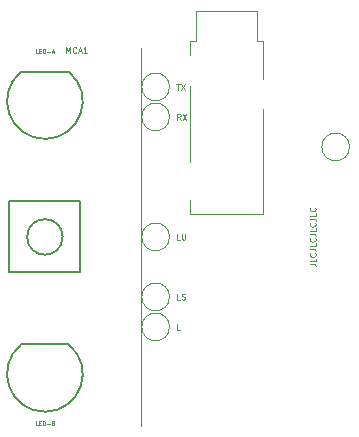
<source format=gbr>
G04 #@! TF.GenerationSoftware,KiCad,Pcbnew,(5.1.5-0-10_14)*
G04 #@! TF.CreationDate,2020-05-13T01:35:36-07:00*
G04 #@! TF.ProjectId,prost-pcb,70726f73-742d-4706-9362-2e6b69636164,0.1.0*
G04 #@! TF.SameCoordinates,Original*
G04 #@! TF.FileFunction,Legend,Top*
G04 #@! TF.FilePolarity,Positive*
%FSLAX46Y46*%
G04 Gerber Fmt 4.6, Leading zero omitted, Abs format (unit mm)*
G04 Created by KiCad (PCBNEW (5.1.5-0-10_14)) date 2020-05-13 01:35:36*
%MOMM*%
%LPD*%
G04 APERTURE LIST*
%ADD10C,0.125000*%
%ADD11C,0.120000*%
%ADD12C,0.087500*%
%ADD13C,0.152400*%
G04 APERTURE END LIST*
D10*
X159426190Y-104309523D02*
X159783333Y-104309523D01*
X159854761Y-104333333D01*
X159902380Y-104380952D01*
X159926190Y-104452380D01*
X159926190Y-104500000D01*
X159926190Y-103833333D02*
X159926190Y-104071428D01*
X159426190Y-104071428D01*
X159878571Y-103380952D02*
X159902380Y-103404761D01*
X159926190Y-103476190D01*
X159926190Y-103523809D01*
X159902380Y-103595238D01*
X159854761Y-103642857D01*
X159807142Y-103666666D01*
X159711904Y-103690476D01*
X159640476Y-103690476D01*
X159545238Y-103666666D01*
X159497619Y-103642857D01*
X159450000Y-103595238D01*
X159426190Y-103523809D01*
X159426190Y-103476190D01*
X159450000Y-103404761D01*
X159473809Y-103380952D01*
X159426190Y-103023809D02*
X159783333Y-103023809D01*
X159854761Y-103047619D01*
X159902380Y-103095238D01*
X159926190Y-103166666D01*
X159926190Y-103214285D01*
X159926190Y-102547619D02*
X159926190Y-102785714D01*
X159426190Y-102785714D01*
X159878571Y-102095238D02*
X159902380Y-102119047D01*
X159926190Y-102190476D01*
X159926190Y-102238095D01*
X159902380Y-102309523D01*
X159854761Y-102357142D01*
X159807142Y-102380952D01*
X159711904Y-102404761D01*
X159640476Y-102404761D01*
X159545238Y-102380952D01*
X159497619Y-102357142D01*
X159450000Y-102309523D01*
X159426190Y-102238095D01*
X159426190Y-102190476D01*
X159450000Y-102119047D01*
X159473809Y-102095238D01*
X159426190Y-101738095D02*
X159783333Y-101738095D01*
X159854761Y-101761904D01*
X159902380Y-101809523D01*
X159926190Y-101880952D01*
X159926190Y-101928571D01*
X159926190Y-101261904D02*
X159926190Y-101500000D01*
X159426190Y-101500000D01*
X159878571Y-100809523D02*
X159902380Y-100833333D01*
X159926190Y-100904761D01*
X159926190Y-100952380D01*
X159902380Y-101023809D01*
X159854761Y-101071428D01*
X159807142Y-101095238D01*
X159711904Y-101119047D01*
X159640476Y-101119047D01*
X159545238Y-101095238D01*
X159497619Y-101071428D01*
X159450000Y-101023809D01*
X159426190Y-100952380D01*
X159426190Y-100904761D01*
X159450000Y-100833333D01*
X159473809Y-100809523D01*
X159426190Y-100452380D02*
X159783333Y-100452380D01*
X159854761Y-100476190D01*
X159902380Y-100523809D01*
X159926190Y-100595238D01*
X159926190Y-100642857D01*
X159926190Y-99976190D02*
X159926190Y-100214285D01*
X159426190Y-100214285D01*
X159878571Y-99523809D02*
X159902380Y-99547619D01*
X159926190Y-99619047D01*
X159926190Y-99666666D01*
X159902380Y-99738095D01*
X159854761Y-99785714D01*
X159807142Y-99809523D01*
X159711904Y-99833333D01*
X159640476Y-99833333D01*
X159545238Y-99809523D01*
X159497619Y-99785714D01*
X159450000Y-99738095D01*
X159426190Y-99666666D01*
X159426190Y-99619047D01*
X159450000Y-99547619D01*
X159473809Y-99523809D01*
D11*
X162791537Y-94380000D02*
G75*
G03X162791537Y-94380000I-1171537J0D01*
G01*
X147551537Y-109620000D02*
G75*
G03X147551537Y-109620000I-1171537J0D01*
G01*
X147551537Y-107080000D02*
G75*
G03X147551537Y-107080000I-1171537J0D01*
G01*
X147551537Y-102000000D02*
G75*
G03X147551537Y-102000000I-1171537J0D01*
G01*
X147551537Y-91840000D02*
G75*
G03X147551537Y-91840000I-1171537J0D01*
G01*
X147551537Y-89300000D02*
G75*
G03X147551537Y-89300000I-1171537J0D01*
G01*
X145100000Y-118000000D02*
X145100000Y-86000000D01*
D12*
X136408333Y-86458333D02*
X136241666Y-86458333D01*
X136241666Y-86108333D01*
X136525000Y-86275000D02*
X136641666Y-86275000D01*
X136691666Y-86458333D02*
X136525000Y-86458333D01*
X136525000Y-86108333D01*
X136691666Y-86108333D01*
X136841666Y-86458333D02*
X136841666Y-86108333D01*
X136925000Y-86108333D01*
X136975000Y-86125000D01*
X137008333Y-86158333D01*
X137025000Y-86191666D01*
X137041666Y-86258333D01*
X137041666Y-86308333D01*
X137025000Y-86375000D01*
X137008333Y-86408333D01*
X136975000Y-86441666D01*
X136925000Y-86458333D01*
X136841666Y-86458333D01*
X137191666Y-86325000D02*
X137458333Y-86325000D01*
X137608333Y-86358333D02*
X137775000Y-86358333D01*
X137575000Y-86458333D02*
X137691666Y-86108333D01*
X137808333Y-86458333D01*
X136383333Y-117958333D02*
X136216666Y-117958333D01*
X136216666Y-117608333D01*
X136500000Y-117775000D02*
X136616666Y-117775000D01*
X136666666Y-117958333D02*
X136500000Y-117958333D01*
X136500000Y-117608333D01*
X136666666Y-117608333D01*
X136816666Y-117958333D02*
X136816666Y-117608333D01*
X136900000Y-117608333D01*
X136950000Y-117625000D01*
X136983333Y-117658333D01*
X137000000Y-117691666D01*
X137016666Y-117758333D01*
X137016666Y-117808333D01*
X137000000Y-117875000D01*
X136983333Y-117908333D01*
X136950000Y-117941666D01*
X136900000Y-117958333D01*
X136816666Y-117958333D01*
X137166666Y-117825000D02*
X137433333Y-117825000D01*
X137716666Y-117775000D02*
X137766666Y-117791666D01*
X137783333Y-117808333D01*
X137800000Y-117841666D01*
X137800000Y-117891666D01*
X137783333Y-117925000D01*
X137766666Y-117941666D01*
X137733333Y-117958333D01*
X137600000Y-117958333D01*
X137600000Y-117608333D01*
X137716666Y-117608333D01*
X137750000Y-117625000D01*
X137766666Y-117641666D01*
X137783333Y-117675000D01*
X137783333Y-117708333D01*
X137766666Y-117741666D01*
X137750000Y-117758333D01*
X137716666Y-117775000D01*
X137600000Y-117775000D01*
D10*
X148438392Y-109846190D02*
X148200297Y-109846190D01*
X148200297Y-109346190D01*
X148438392Y-107306190D02*
X148200297Y-107306190D01*
X148200297Y-106806190D01*
X148581250Y-107282380D02*
X148652678Y-107306190D01*
X148771726Y-107306190D01*
X148819345Y-107282380D01*
X148843154Y-107258571D01*
X148866964Y-107210952D01*
X148866964Y-107163333D01*
X148843154Y-107115714D01*
X148819345Y-107091904D01*
X148771726Y-107068095D01*
X148676488Y-107044285D01*
X148628869Y-107020476D01*
X148605059Y-106996666D01*
X148581250Y-106949047D01*
X148581250Y-106901428D01*
X148605059Y-106853809D01*
X148628869Y-106830000D01*
X148676488Y-106806190D01*
X148795535Y-106806190D01*
X148866964Y-106830000D01*
X148438392Y-102226190D02*
X148200297Y-102226190D01*
X148200297Y-101726190D01*
X148605059Y-101726190D02*
X148605059Y-102130952D01*
X148628869Y-102178571D01*
X148652678Y-102202380D01*
X148700297Y-102226190D01*
X148795535Y-102226190D01*
X148843154Y-102202380D01*
X148866964Y-102178571D01*
X148890773Y-102130952D01*
X148890773Y-101726190D01*
X148486011Y-92066190D02*
X148319345Y-91828095D01*
X148200297Y-92066190D02*
X148200297Y-91566190D01*
X148390773Y-91566190D01*
X148438392Y-91590000D01*
X148462202Y-91613809D01*
X148486011Y-91661428D01*
X148486011Y-91732857D01*
X148462202Y-91780476D01*
X148438392Y-91804285D01*
X148390773Y-91828095D01*
X148200297Y-91828095D01*
X148652678Y-91566190D02*
X148986011Y-92066190D01*
X148986011Y-91566190D02*
X148652678Y-92066190D01*
X148128869Y-89026190D02*
X148414583Y-89026190D01*
X148271726Y-89526190D02*
X148271726Y-89026190D01*
X148533630Y-89026190D02*
X148866964Y-89526190D01*
X148866964Y-89026190D02*
X148533630Y-89526190D01*
D11*
X149300000Y-95700000D02*
X149300000Y-89200000D01*
X149300000Y-100100000D02*
X149300000Y-98900000D01*
X155500000Y-100100000D02*
X149300000Y-100100000D01*
X155500000Y-91200000D02*
X155500000Y-100100000D01*
X155500000Y-85400000D02*
X155500000Y-88600000D01*
X155000000Y-85400000D02*
X155500000Y-85400000D01*
X155000000Y-82900000D02*
X155000000Y-85400000D01*
X149800000Y-82900000D02*
X155000000Y-82900000D01*
X149800000Y-85400000D02*
X149800000Y-82900000D01*
X149300000Y-85400000D02*
X149800000Y-85400000D01*
X149300000Y-86600000D02*
X149300000Y-85400000D01*
D13*
X139000000Y-111100000D02*
X135000000Y-111100000D01*
X134970454Y-111123926D02*
G75*
G03X139000000Y-111100000I2029546J-2476074D01*
G01*
X139000000Y-88000000D02*
X135000000Y-88000000D01*
X134970454Y-88023926D02*
G75*
G03X139000000Y-88000000I2029546J-2476074D01*
G01*
X138500000Y-102000000D02*
G75*
G03X138500000Y-102000000I-1500000J0D01*
G01*
X140000000Y-99000000D02*
X140000000Y-105000000D01*
X140000000Y-105000000D02*
X134000000Y-105000000D01*
X134000000Y-99000000D02*
X134000000Y-105000000D01*
X134000000Y-99000000D02*
X140000000Y-99000000D01*
D10*
X138800297Y-86426190D02*
X138800297Y-85926190D01*
X138966964Y-86283333D01*
X139133630Y-85926190D01*
X139133630Y-86426190D01*
X139657440Y-86378571D02*
X139633630Y-86402380D01*
X139562202Y-86426190D01*
X139514583Y-86426190D01*
X139443154Y-86402380D01*
X139395535Y-86354761D01*
X139371726Y-86307142D01*
X139347916Y-86211904D01*
X139347916Y-86140476D01*
X139371726Y-86045238D01*
X139395535Y-85997619D01*
X139443154Y-85950000D01*
X139514583Y-85926190D01*
X139562202Y-85926190D01*
X139633630Y-85950000D01*
X139657440Y-85973809D01*
X139847916Y-86283333D02*
X140086011Y-86283333D01*
X139800297Y-86426190D02*
X139966964Y-85926190D01*
X140133630Y-86426190D01*
X140562202Y-86426190D02*
X140276488Y-86426190D01*
X140419345Y-86426190D02*
X140419345Y-85926190D01*
X140371726Y-85997619D01*
X140324107Y-86045238D01*
X140276488Y-86069047D01*
M02*

</source>
